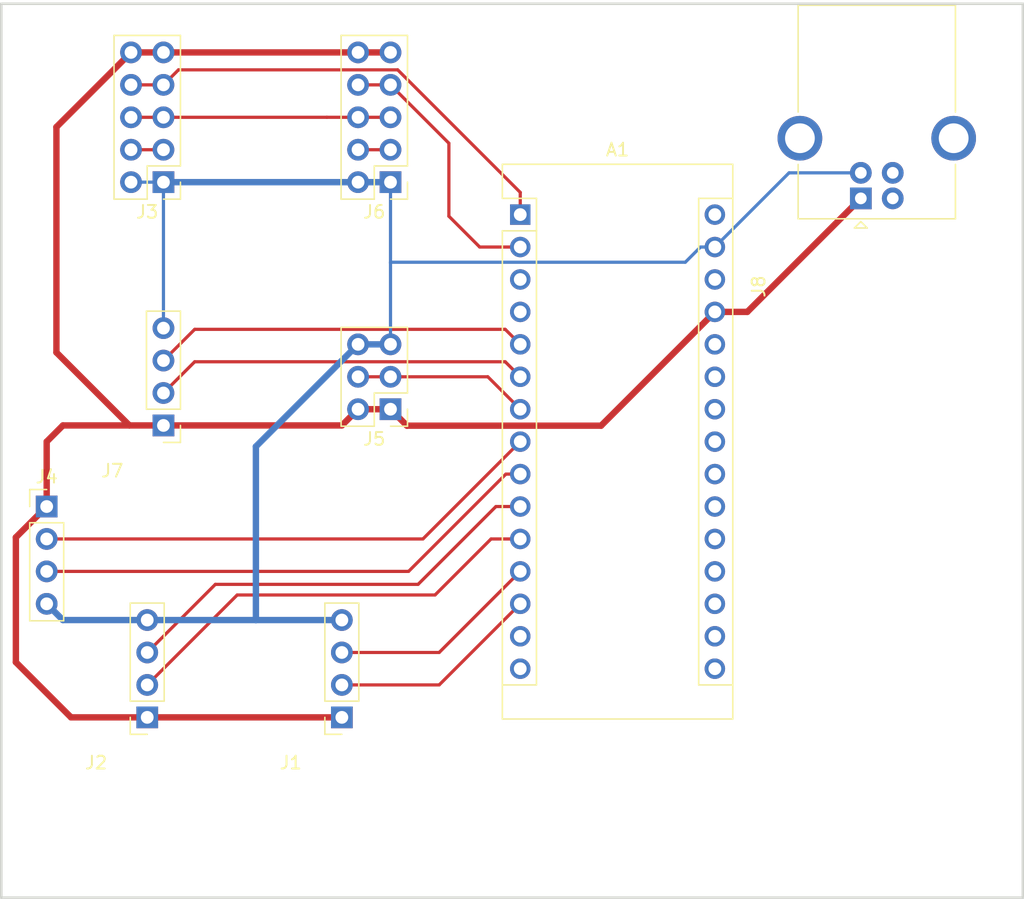
<source format=kicad_pcb>
(kicad_pcb (version 20171130) (host pcbnew "(5.1.10)-1")

  (general
    (thickness 1.6)
    (drawings 4)
    (tracks 86)
    (zones 0)
    (modules 9)
    (nets 37)
  )

  (page A4)
  (layers
    (0 F.Cu signal)
    (31 B.Cu signal)
    (32 B.Adhes user hide)
    (33 F.Adhes user hide)
    (34 B.Paste user)
    (35 F.Paste user)
    (36 B.SilkS user)
    (37 F.SilkS user)
    (38 B.Mask user)
    (39 F.Mask user)
    (40 Dwgs.User user hide)
    (41 Cmts.User user hide)
    (42 Eco1.User user hide)
    (43 Eco2.User user hide)
    (44 Edge.Cuts user)
    (45 Margin user hide)
    (46 B.CrtYd user hide)
    (47 F.CrtYd user hide)
    (48 B.Fab user hide)
    (49 F.Fab user)
  )

  (setup
    (last_trace_width 0.25)
    (trace_clearance 0.2)
    (zone_clearance 0.508)
    (zone_45_only no)
    (trace_min 0.2)
    (via_size 0.8)
    (via_drill 0.4)
    (via_min_size 0.4)
    (via_min_drill 0.3)
    (uvia_size 0.3)
    (uvia_drill 0.1)
    (uvias_allowed no)
    (uvia_min_size 0.2)
    (uvia_min_drill 0.1)
    (edge_width 0.05)
    (segment_width 0.2)
    (pcb_text_width 0.3)
    (pcb_text_size 1.5 1.5)
    (mod_edge_width 0.12)
    (mod_text_size 1 1)
    (mod_text_width 0.15)
    (pad_size 1.524 1.524)
    (pad_drill 0.762)
    (pad_to_mask_clearance 0)
    (solder_mask_min_width 0.25)
    (aux_axis_origin 0 0)
    (visible_elements 7FFFFFFF)
    (pcbplotparams
      (layerselection 0x210fc_ffffffff)
      (usegerberextensions false)
      (usegerberattributes true)
      (usegerberadvancedattributes true)
      (creategerberjobfile true)
      (excludeedgelayer true)
      (linewidth 0.100000)
      (plotframeref false)
      (viasonmask false)
      (mode 1)
      (useauxorigin false)
      (hpglpennumber 1)
      (hpglpenspeed 20)
      (hpglpendiameter 15.000000)
      (psnegative false)
      (psa4output false)
      (plotreference true)
      (plotvalue true)
      (plotinvisibletext false)
      (padsonsilk false)
      (subtractmaskfromsilk false)
      (outputformat 1)
      (mirror false)
      (drillshape 0)
      (scaleselection 1)
      (outputdirectory "Gerber/"))
  )

  (net 0 "")
  (net 1 "Net-(A1-Pad16)")
  (net 2 "Net-(A1-Pad15)")
  (net 3 "Net-(A1-Pad30)")
  (net 4 "Net-(A1-Pad14)")
  (net 5 GND)
  (net 6 "Net-(A1-Pad13)")
  (net 7 "Net-(A1-Pad28)")
  (net 8 "Net-(A1-Pad12)")
  (net 9 VCC)
  (net 10 "Net-(A1-Pad11)")
  (net 11 "Net-(A1-Pad26)")
  (net 12 "Net-(A1-Pad10)")
  (net 13 "Net-(A1-Pad25)")
  (net 14 "Net-(A1-Pad9)")
  (net 15 "Net-(A1-Pad24)")
  (net 16 "Net-(A1-Pad8)")
  (net 17 "Net-(A1-Pad23)")
  (net 18 "Net-(A1-Pad7)")
  (net 19 "Net-(A1-Pad22)")
  (net 20 "Net-(A1-Pad6)")
  (net 21 "Net-(A1-Pad21)")
  (net 22 "Net-(A1-Pad5)")
  (net 23 "Net-(A1-Pad20)")
  (net 24 "Net-(A1-Pad4)")
  (net 25 "Net-(A1-Pad19)")
  (net 26 "Net-(A1-Pad3)")
  (net 27 "Net-(A1-Pad18)")
  (net 28 "Net-(A1-Pad2)")
  (net 29 "Net-(A1-Pad17)")
  (net 30 "Net-(A1-Pad1)")
  (net 31 "Net-(J3-Pad5)")
  (net 32 "Net-(J3-Pad3)")
  (net 33 "Net-(J6-Pad3)")
  (net 34 "Net-(J8-Pad5)")
  (net 35 "Net-(J8-Pad3)")
  (net 36 "Net-(J8-Pad2)")

  (net_class Default "This is the default net class."
    (clearance 0.2)
    (trace_width 0.25)
    (via_dia 0.8)
    (via_drill 0.4)
    (uvia_dia 0.3)
    (uvia_drill 0.1)
    (add_net "Net-(A1-Pad1)")
    (add_net "Net-(A1-Pad10)")
    (add_net "Net-(A1-Pad11)")
    (add_net "Net-(A1-Pad12)")
    (add_net "Net-(A1-Pad13)")
    (add_net "Net-(A1-Pad14)")
    (add_net "Net-(A1-Pad15)")
    (add_net "Net-(A1-Pad16)")
    (add_net "Net-(A1-Pad17)")
    (add_net "Net-(A1-Pad18)")
    (add_net "Net-(A1-Pad19)")
    (add_net "Net-(A1-Pad2)")
    (add_net "Net-(A1-Pad20)")
    (add_net "Net-(A1-Pad21)")
    (add_net "Net-(A1-Pad22)")
    (add_net "Net-(A1-Pad23)")
    (add_net "Net-(A1-Pad24)")
    (add_net "Net-(A1-Pad25)")
    (add_net "Net-(A1-Pad26)")
    (add_net "Net-(A1-Pad28)")
    (add_net "Net-(A1-Pad3)")
    (add_net "Net-(A1-Pad30)")
    (add_net "Net-(A1-Pad4)")
    (add_net "Net-(A1-Pad5)")
    (add_net "Net-(A1-Pad6)")
    (add_net "Net-(A1-Pad7)")
    (add_net "Net-(A1-Pad8)")
    (add_net "Net-(A1-Pad9)")
    (add_net "Net-(J3-Pad3)")
    (add_net "Net-(J3-Pad5)")
    (add_net "Net-(J6-Pad3)")
    (add_net "Net-(J8-Pad2)")
    (add_net "Net-(J8-Pad3)")
    (add_net "Net-(J8-Pad5)")
  )

  (net_class VccNet ""
    (clearance 0.2)
    (trace_width 0.5)
    (via_dia 0.8)
    (via_drill 0.4)
    (uvia_dia 0.3)
    (uvia_drill 0.1)
    (add_net GND)
    (add_net VCC)
  )

  (module Connector_PinHeader_2.54mm:PinHeader_2x05_P2.54mm_Vertical (layer F.Cu) (tedit 59FED5CC) (tstamp 5FC17FE8)
    (at 153.67 102.87 180)
    (descr "Through hole straight pin header, 2x05, 2.54mm pitch, double rows")
    (tags "Through hole pin header THT 2x05 2.54mm double row")
    (path /5F89B987)
    (fp_text reference J6 (at 1.27 -2.33) (layer F.SilkS)
      (effects (font (size 1 1) (thickness 0.15)))
    )
    (fp_text value Conn_02x05_Odd_Even (at 1.27 12.49) (layer F.Fab)
      (effects (font (size 1 1) (thickness 0.15)))
    )
    (fp_line (start 4.35 -1.8) (end -1.8 -1.8) (layer F.CrtYd) (width 0.05))
    (fp_line (start 4.35 11.95) (end 4.35 -1.8) (layer F.CrtYd) (width 0.05))
    (fp_line (start -1.8 11.95) (end 4.35 11.95) (layer F.CrtYd) (width 0.05))
    (fp_line (start -1.8 -1.8) (end -1.8 11.95) (layer F.CrtYd) (width 0.05))
    (fp_line (start -1.33 -1.33) (end 0 -1.33) (layer F.SilkS) (width 0.12))
    (fp_line (start -1.33 0) (end -1.33 -1.33) (layer F.SilkS) (width 0.12))
    (fp_line (start 1.27 -1.33) (end 3.87 -1.33) (layer F.SilkS) (width 0.12))
    (fp_line (start 1.27 1.27) (end 1.27 -1.33) (layer F.SilkS) (width 0.12))
    (fp_line (start -1.33 1.27) (end 1.27 1.27) (layer F.SilkS) (width 0.12))
    (fp_line (start 3.87 -1.33) (end 3.87 11.49) (layer F.SilkS) (width 0.12))
    (fp_line (start -1.33 1.27) (end -1.33 11.49) (layer F.SilkS) (width 0.12))
    (fp_line (start -1.33 11.49) (end 3.87 11.49) (layer F.SilkS) (width 0.12))
    (fp_line (start -1.27 0) (end 0 -1.27) (layer F.Fab) (width 0.1))
    (fp_line (start -1.27 11.43) (end -1.27 0) (layer F.Fab) (width 0.1))
    (fp_line (start 3.81 11.43) (end -1.27 11.43) (layer F.Fab) (width 0.1))
    (fp_line (start 3.81 -1.27) (end 3.81 11.43) (layer F.Fab) (width 0.1))
    (fp_line (start 0 -1.27) (end 3.81 -1.27) (layer F.Fab) (width 0.1))
    (fp_text user %R (at 1.27 5.08 90) (layer F.Fab)
      (effects (font (size 1 1) (thickness 0.15)))
    )
    (pad 10 thru_hole oval (at 2.54 10.16 180) (size 1.7 1.7) (drill 1) (layers *.Cu *.Mask)
      (net 9 VCC))
    (pad 9 thru_hole oval (at 0 10.16 180) (size 1.7 1.7) (drill 1) (layers *.Cu *.Mask)
      (net 9 VCC))
    (pad 8 thru_hole oval (at 2.54 7.62 180) (size 1.7 1.7) (drill 1) (layers *.Cu *.Mask)
      (net 28 "Net-(A1-Pad2)"))
    (pad 7 thru_hole oval (at 0 7.62 180) (size 1.7 1.7) (drill 1) (layers *.Cu *.Mask)
      (net 28 "Net-(A1-Pad2)"))
    (pad 6 thru_hole oval (at 2.54 5.08 180) (size 1.7 1.7) (drill 1) (layers *.Cu *.Mask)
      (net 31 "Net-(J3-Pad5)"))
    (pad 5 thru_hole oval (at 0 5.08 180) (size 1.7 1.7) (drill 1) (layers *.Cu *.Mask)
      (net 31 "Net-(J3-Pad5)"))
    (pad 4 thru_hole oval (at 2.54 2.54 180) (size 1.7 1.7) (drill 1) (layers *.Cu *.Mask)
      (net 33 "Net-(J6-Pad3)"))
    (pad 3 thru_hole oval (at 0 2.54 180) (size 1.7 1.7) (drill 1) (layers *.Cu *.Mask)
      (net 33 "Net-(J6-Pad3)"))
    (pad 2 thru_hole oval (at 2.54 0 180) (size 1.7 1.7) (drill 1) (layers *.Cu *.Mask)
      (net 5 GND))
    (pad 1 thru_hole rect (at 0 0 180) (size 1.7 1.7) (drill 1) (layers *.Cu *.Mask)
      (net 5 GND))
    (model ${KISYS3DMOD}/Connector_PinHeader_2.54mm.3dshapes/PinHeader_2x05_P2.54mm_Vertical.wrl
      (at (xyz 0 0 0))
      (scale (xyz 1 1 1))
      (rotate (xyz 0 0 0))
    )
  )

  (module Connector_USB:USB_B_OST_USB-B1HSxx_Horizontal (layer F.Cu) (tedit 5AFE01FF) (tstamp 5FC1803B)
    (at 190.5 104.14 90)
    (descr "USB B receptacle, Horizontal, through-hole, http://www.on-shore.com/wp-content/uploads/2015/09/usb-b1hsxx.pdf")
    (tags "USB-B receptacle horizontal through-hole")
    (path /5F89D42E)
    (fp_text reference J8 (at -6.9 -8 90) (layer F.SilkS)
      (effects (font (size 1 1) (thickness 0.15)))
    )
    (fp_text value USB_B (at 0 8 270) (layer F.Fab)
      (effects (font (size 1 1) (thickness 0.15)))
    )
    (fp_line (start 15.51 -7.02) (end -1.99 -7.02) (layer F.CrtYd) (width 0.05))
    (fp_line (start 15.51 9.52) (end 15.51 -7.02) (layer F.CrtYd) (width 0.05))
    (fp_line (start -1.99 9.52) (end 15.51 9.52) (layer F.CrtYd) (width 0.05))
    (fp_line (start -1.99 -7.02) (end -1.99 9.52) (layer F.CrtYd) (width 0.05))
    (fp_line (start -2.32 0.5) (end -1.82 0) (layer F.SilkS) (width 0.12))
    (fp_line (start -2.32 -0.5) (end -2.32 0.5) (layer F.SilkS) (width 0.12))
    (fp_line (start -1.82 0) (end -2.32 -0.5) (layer F.SilkS) (width 0.12))
    (fp_line (start 15.12 7.41) (end 6.76 7.41) (layer F.SilkS) (width 0.12))
    (fp_line (start 15.12 -4.91) (end 15.12 7.41) (layer F.SilkS) (width 0.12))
    (fp_line (start 6.76 -4.91) (end 15.12 -4.91) (layer F.SilkS) (width 0.12))
    (fp_line (start -1.6 7.41) (end 2.66 7.41) (layer F.SilkS) (width 0.12))
    (fp_line (start -1.6 -4.91) (end -1.6 7.41) (layer F.SilkS) (width 0.12))
    (fp_line (start 2.66 -4.91) (end -1.6 -4.91) (layer F.SilkS) (width 0.12))
    (fp_line (start -1.49 -3.8) (end -0.49 -4.8) (layer F.Fab) (width 0.1))
    (fp_line (start -1.49 7.3) (end -1.49 -3.8) (layer F.Fab) (width 0.1))
    (fp_line (start 15.01 7.3) (end -1.49 7.3) (layer F.Fab) (width 0.1))
    (fp_line (start 15.01 -4.8) (end 15.01 7.3) (layer F.Fab) (width 0.1))
    (fp_line (start -0.49 -4.8) (end 15.01 -4.8) (layer F.Fab) (width 0.1))
    (fp_text user "PCB Edge" (at -4.55 -0.05) (layer Dwgs.User)
      (effects (font (size 0.6 0.6) (thickness 0.09)))
    )
    (fp_text user %R (at -6 0) (layer F.Fab)
      (effects (font (size 1 1) (thickness 0.15)))
    )
    (pad 5 thru_hole circle (at 4.71 7.27 90) (size 3.5 3.5) (drill 2.33) (layers *.Cu *.Mask)
      (net 34 "Net-(J8-Pad5)"))
    (pad 5 thru_hole circle (at 4.71 -4.77 90) (size 3.5 3.5) (drill 2.33) (layers *.Cu *.Mask)
      (net 34 "Net-(J8-Pad5)"))
    (pad 4 thru_hole circle (at 2 0 90) (size 1.7 1.7) (drill 0.92) (layers *.Cu *.Mask)
      (net 5 GND))
    (pad 3 thru_hole circle (at 2 2.5 90) (size 1.7 1.7) (drill 0.92) (layers *.Cu *.Mask)
      (net 35 "Net-(J8-Pad3)"))
    (pad 2 thru_hole circle (at 0 2.5 90) (size 1.7 1.7) (drill 0.92) (layers *.Cu *.Mask)
      (net 36 "Net-(J8-Pad2)"))
    (pad 1 thru_hole rect (at 0 0 90) (size 1.7 1.7) (drill 0.92) (layers *.Cu *.Mask)
      (net 9 VCC))
    (model ${KISYS3DMOD}/Connector_USB.3dshapes/USB_B_OST_USB-B1HSxx_Horizontal.wrl
      (at (xyz 0 0 0))
      (scale (xyz 1 1 1))
      (rotate (xyz 0 0 0))
    )
  )

  (module Connector_PinSocket_2.54mm:PinSocket_1x04_P2.54mm_Vertical (layer F.Cu) (tedit 5A19A429) (tstamp 5FC17F55)
    (at 149.86 144.78 180)
    (descr "Through hole straight socket strip, 1x04, 2.54mm pitch, single row (from Kicad 4.0.7), script generated")
    (tags "Through hole socket strip THT 1x04 2.54mm single row")
    (path /5F8A64B7)
    (fp_text reference J1 (at 4 -3.55) (layer F.SilkS)
      (effects (font (size 1 1) (thickness 0.15)))
    )
    (fp_text value U4 (at 4.05 4.35) (layer F.Fab)
      (effects (font (size 1 1) (thickness 0.15)))
    )
    (fp_line (start -1.8 9.4) (end -1.8 -1.8) (layer F.CrtYd) (width 0.05))
    (fp_line (start 1.75 9.4) (end -1.8 9.4) (layer F.CrtYd) (width 0.05))
    (fp_line (start 1.75 -1.8) (end 1.75 9.4) (layer F.CrtYd) (width 0.05))
    (fp_line (start -1.8 -1.8) (end 1.75 -1.8) (layer F.CrtYd) (width 0.05))
    (fp_line (start 0 -1.33) (end 1.33 -1.33) (layer F.SilkS) (width 0.12))
    (fp_line (start 1.33 -1.33) (end 1.33 0) (layer F.SilkS) (width 0.12))
    (fp_line (start 1.33 1.27) (end 1.33 8.95) (layer F.SilkS) (width 0.12))
    (fp_line (start -1.33 8.95) (end 1.33 8.95) (layer F.SilkS) (width 0.12))
    (fp_line (start -1.33 1.27) (end -1.33 8.95) (layer F.SilkS) (width 0.12))
    (fp_line (start -1.33 1.27) (end 1.33 1.27) (layer F.SilkS) (width 0.12))
    (fp_line (start -1.27 8.89) (end -1.27 -1.27) (layer F.Fab) (width 0.1))
    (fp_line (start 1.27 8.89) (end -1.27 8.89) (layer F.Fab) (width 0.1))
    (fp_line (start 1.27 -0.635) (end 1.27 8.89) (layer F.Fab) (width 0.1))
    (fp_line (start 0.635 -1.27) (end 1.27 -0.635) (layer F.Fab) (width 0.1))
    (fp_line (start -1.27 -1.27) (end 0.635 -1.27) (layer F.Fab) (width 0.1))
    (fp_text user %R (at 1.85 -1.75) (layer F.Fab)
      (effects (font (size 1 1) (thickness 0.15)))
    )
    (pad 4 thru_hole oval (at 0 7.62 180) (size 1.7 1.7) (drill 1) (layers *.Cu *.Mask)
      (net 5 GND))
    (pad 3 thru_hole oval (at 0 5.08 180) (size 1.7 1.7) (drill 1) (layers *.Cu *.Mask)
      (net 8 "Net-(A1-Pad12)"))
    (pad 2 thru_hole oval (at 0 2.54 180) (size 1.7 1.7) (drill 1) (layers *.Cu *.Mask)
      (net 6 "Net-(A1-Pad13)"))
    (pad 1 thru_hole rect (at 0 0 180) (size 1.7 1.7) (drill 1) (layers *.Cu *.Mask)
      (net 9 VCC))
    (model ${KISYS3DMOD}/Connector_PinSocket_2.54mm.3dshapes/PinSocket_1x04_P2.54mm_Vertical.wrl
      (at (xyz 0 0 0))
      (scale (xyz 1 1 1))
      (rotate (xyz 0 0 0))
    )
  )

  (module Connector_PinSocket_2.54mm:PinSocket_1x04_P2.54mm_Vertical (layer F.Cu) (tedit 5A19A429) (tstamp 5FC17F74)
    (at 134.62 144.78 180)
    (descr "Through hole straight socket strip, 1x04, 2.54mm pitch, single row (from Kicad 4.0.7), script generated")
    (tags "Through hole socket strip THT 1x04 2.54mm single row")
    (path /5F8A5C9D)
    (fp_text reference J2 (at 4 -3.55) (layer F.SilkS)
      (effects (font (size 1 1) (thickness 0.15)))
    )
    (fp_text value U3 (at 4.05 4.35) (layer F.Fab)
      (effects (font (size 1 1) (thickness 0.15)))
    )
    (fp_line (start -1.8 9.4) (end -1.8 -1.8) (layer F.CrtYd) (width 0.05))
    (fp_line (start 1.75 9.4) (end -1.8 9.4) (layer F.CrtYd) (width 0.05))
    (fp_line (start 1.75 -1.8) (end 1.75 9.4) (layer F.CrtYd) (width 0.05))
    (fp_line (start -1.8 -1.8) (end 1.75 -1.8) (layer F.CrtYd) (width 0.05))
    (fp_line (start 0 -1.33) (end 1.33 -1.33) (layer F.SilkS) (width 0.12))
    (fp_line (start 1.33 -1.33) (end 1.33 0) (layer F.SilkS) (width 0.12))
    (fp_line (start 1.33 1.27) (end 1.33 8.95) (layer F.SilkS) (width 0.12))
    (fp_line (start -1.33 8.95) (end 1.33 8.95) (layer F.SilkS) (width 0.12))
    (fp_line (start -1.33 1.27) (end -1.33 8.95) (layer F.SilkS) (width 0.12))
    (fp_line (start -1.33 1.27) (end 1.33 1.27) (layer F.SilkS) (width 0.12))
    (fp_line (start -1.27 8.89) (end -1.27 -1.27) (layer F.Fab) (width 0.1))
    (fp_line (start 1.27 8.89) (end -1.27 8.89) (layer F.Fab) (width 0.1))
    (fp_line (start 1.27 -0.635) (end 1.27 8.89) (layer F.Fab) (width 0.1))
    (fp_line (start 0.635 -1.27) (end 1.27 -0.635) (layer F.Fab) (width 0.1))
    (fp_line (start -1.27 -1.27) (end 0.635 -1.27) (layer F.Fab) (width 0.1))
    (fp_text user %R (at 1.85 -1.75) (layer F.Fab)
      (effects (font (size 1 1) (thickness 0.15)))
    )
    (pad 4 thru_hole oval (at 0 7.62 180) (size 1.7 1.7) (drill 1) (layers *.Cu *.Mask)
      (net 5 GND))
    (pad 3 thru_hole oval (at 0 5.08 180) (size 1.7 1.7) (drill 1) (layers *.Cu *.Mask)
      (net 12 "Net-(A1-Pad10)"))
    (pad 2 thru_hole oval (at 0 2.54 180) (size 1.7 1.7) (drill 1) (layers *.Cu *.Mask)
      (net 10 "Net-(A1-Pad11)"))
    (pad 1 thru_hole rect (at 0 0 180) (size 1.7 1.7) (drill 1) (layers *.Cu *.Mask)
      (net 9 VCC))
    (model ${KISYS3DMOD}/Connector_PinSocket_2.54mm.3dshapes/PinSocket_1x04_P2.54mm_Vertical.wrl
      (at (xyz 0 0 0))
      (scale (xyz 1 1 1))
      (rotate (xyz 0 0 0))
    )
  )

  (module Connector_PinHeader_2.54mm:PinHeader_1x04_P2.54mm_Vertical (layer F.Cu) (tedit 59FED5CC) (tstamp 5FC18007)
    (at 135.89 121.92 180)
    (descr "Through hole straight pin header, 1x04, 2.54mm pitch, single row")
    (tags "Through hole pin header THT 1x04 2.54mm single row")
    (path /5F8A4E81)
    (fp_text reference J7 (at 4 -3.55) (layer F.SilkS)
      (effects (font (size 1 1) (thickness 0.15)))
    )
    (fp_text value U1 (at 4.05 4.35) (layer F.Fab)
      (effects (font (size 1 1) (thickness 0.15)))
    )
    (fp_line (start 1.8 -1.8) (end -1.8 -1.8) (layer F.CrtYd) (width 0.05))
    (fp_line (start 1.8 9.4) (end 1.8 -1.8) (layer F.CrtYd) (width 0.05))
    (fp_line (start -1.8 9.4) (end 1.8 9.4) (layer F.CrtYd) (width 0.05))
    (fp_line (start -1.8 -1.8) (end -1.8 9.4) (layer F.CrtYd) (width 0.05))
    (fp_line (start -1.33 -1.33) (end 0 -1.33) (layer F.SilkS) (width 0.12))
    (fp_line (start -1.33 0) (end -1.33 -1.33) (layer F.SilkS) (width 0.12))
    (fp_line (start -1.33 1.27) (end 1.33 1.27) (layer F.SilkS) (width 0.12))
    (fp_line (start 1.33 1.27) (end 1.33 8.95) (layer F.SilkS) (width 0.12))
    (fp_line (start -1.33 1.27) (end -1.33 8.95) (layer F.SilkS) (width 0.12))
    (fp_line (start -1.33 8.95) (end 1.33 8.95) (layer F.SilkS) (width 0.12))
    (fp_line (start -1.27 -0.635) (end -0.635 -1.27) (layer F.Fab) (width 0.1))
    (fp_line (start -1.27 8.89) (end -1.27 -0.635) (layer F.Fab) (width 0.1))
    (fp_line (start 1.27 8.89) (end -1.27 8.89) (layer F.Fab) (width 0.1))
    (fp_line (start 1.27 -1.27) (end 1.27 8.89) (layer F.Fab) (width 0.1))
    (fp_line (start -0.635 -1.27) (end 1.27 -1.27) (layer F.Fab) (width 0.1))
    (fp_text user %R (at 1.85 -1.75) (layer F.Fab)
      (effects (font (size 1 1) (thickness 0.15)))
    )
    (pad 4 thru_hole oval (at 0 7.62 180) (size 1.7 1.7) (drill 1) (layers *.Cu *.Mask)
      (net 5 GND))
    (pad 3 thru_hole oval (at 0 5.08 180) (size 1.7 1.7) (drill 1) (layers *.Cu *.Mask)
      (net 22 "Net-(A1-Pad5)"))
    (pad 2 thru_hole oval (at 0 2.54 180) (size 1.7 1.7) (drill 1) (layers *.Cu *.Mask)
      (net 20 "Net-(A1-Pad6)"))
    (pad 1 thru_hole rect (at 0 0 180) (size 1.7 1.7) (drill 1) (layers *.Cu *.Mask)
      (net 9 VCC))
    (model ${KISYS3DMOD}/Connector_PinHeader_2.54mm.3dshapes/PinHeader_1x04_P2.54mm_Vertical.wrl
      (at (xyz 0 0 0))
      (scale (xyz 1 1 1))
      (rotate (xyz 0 0 0))
    )
  )

  (module Connector_PinHeader_2.54mm:PinHeader_2x03_P2.54mm_Vertical (layer F.Cu) (tedit 59FED5CC) (tstamp 5FC17FC8)
    (at 153.67 120.65 180)
    (descr "Through hole straight pin header, 2x03, 2.54mm pitch, double rows")
    (tags "Through hole pin header THT 2x03 2.54mm double row")
    (path /5F8A6E1C)
    (fp_text reference J5 (at 1.27 -2.33) (layer F.SilkS)
      (effects (font (size 1 1) (thickness 0.15)))
    )
    (fp_text value Conn_02x03_Odd_Even (at 1.27 7.41) (layer F.Fab)
      (effects (font (size 1 1) (thickness 0.15)))
    )
    (fp_line (start 4.35 -1.8) (end -1.8 -1.8) (layer F.CrtYd) (width 0.05))
    (fp_line (start 4.35 6.85) (end 4.35 -1.8) (layer F.CrtYd) (width 0.05))
    (fp_line (start -1.8 6.85) (end 4.35 6.85) (layer F.CrtYd) (width 0.05))
    (fp_line (start -1.8 -1.8) (end -1.8 6.85) (layer F.CrtYd) (width 0.05))
    (fp_line (start -1.33 -1.33) (end 0 -1.33) (layer F.SilkS) (width 0.12))
    (fp_line (start -1.33 0) (end -1.33 -1.33) (layer F.SilkS) (width 0.12))
    (fp_line (start 1.27 -1.33) (end 3.87 -1.33) (layer F.SilkS) (width 0.12))
    (fp_line (start 1.27 1.27) (end 1.27 -1.33) (layer F.SilkS) (width 0.12))
    (fp_line (start -1.33 1.27) (end 1.27 1.27) (layer F.SilkS) (width 0.12))
    (fp_line (start 3.87 -1.33) (end 3.87 6.41) (layer F.SilkS) (width 0.12))
    (fp_line (start -1.33 1.27) (end -1.33 6.41) (layer F.SilkS) (width 0.12))
    (fp_line (start -1.33 6.41) (end 3.87 6.41) (layer F.SilkS) (width 0.12))
    (fp_line (start -1.27 0) (end 0 -1.27) (layer F.Fab) (width 0.1))
    (fp_line (start -1.27 6.35) (end -1.27 0) (layer F.Fab) (width 0.1))
    (fp_line (start 3.81 6.35) (end -1.27 6.35) (layer F.Fab) (width 0.1))
    (fp_line (start 3.81 -1.27) (end 3.81 6.35) (layer F.Fab) (width 0.1))
    (fp_line (start 0 -1.27) (end 3.81 -1.27) (layer F.Fab) (width 0.1))
    (fp_text user %R (at 1.27 2.54 90) (layer F.Fab)
      (effects (font (size 1 1) (thickness 0.15)))
    )
    (pad 6 thru_hole oval (at 2.54 5.08 180) (size 1.7 1.7) (drill 1) (layers *.Cu *.Mask)
      (net 5 GND))
    (pad 5 thru_hole oval (at 0 5.08 180) (size 1.7 1.7) (drill 1) (layers *.Cu *.Mask)
      (net 5 GND))
    (pad 4 thru_hole oval (at 2.54 2.54 180) (size 1.7 1.7) (drill 1) (layers *.Cu *.Mask)
      (net 18 "Net-(A1-Pad7)"))
    (pad 3 thru_hole oval (at 0 2.54 180) (size 1.7 1.7) (drill 1) (layers *.Cu *.Mask)
      (net 18 "Net-(A1-Pad7)"))
    (pad 2 thru_hole oval (at 2.54 0 180) (size 1.7 1.7) (drill 1) (layers *.Cu *.Mask)
      (net 9 VCC))
    (pad 1 thru_hole rect (at 0 0 180) (size 1.7 1.7) (drill 1) (layers *.Cu *.Mask)
      (net 9 VCC))
    (model ${KISYS3DMOD}/Connector_PinHeader_2.54mm.3dshapes/PinHeader_2x03_P2.54mm_Vertical.wrl
      (at (xyz 0 0 0))
      (scale (xyz 1 1 1))
      (rotate (xyz 0 0 0))
    )
  )

  (module Connector_PinHeader_2.54mm:PinHeader_1x04_P2.54mm_Vertical (layer F.Cu) (tedit 59FED5CC) (tstamp 5FC17FAC)
    (at 126.746 128.27)
    (descr "Through hole straight pin header, 1x04, 2.54mm pitch, single row")
    (tags "Through hole pin header THT 1x04 2.54mm single row")
    (path /5F8A5392)
    (fp_text reference J4 (at 0 -2.33) (layer F.SilkS)
      (effects (font (size 1 1) (thickness 0.15)))
    )
    (fp_text value U2 (at 0 9.95) (layer F.Fab)
      (effects (font (size 1 1) (thickness 0.15)))
    )
    (fp_line (start 1.8 -1.8) (end -1.8 -1.8) (layer F.CrtYd) (width 0.05))
    (fp_line (start 1.8 9.4) (end 1.8 -1.8) (layer F.CrtYd) (width 0.05))
    (fp_line (start -1.8 9.4) (end 1.8 9.4) (layer F.CrtYd) (width 0.05))
    (fp_line (start -1.8 -1.8) (end -1.8 9.4) (layer F.CrtYd) (width 0.05))
    (fp_line (start -1.33 -1.33) (end 0 -1.33) (layer F.SilkS) (width 0.12))
    (fp_line (start -1.33 0) (end -1.33 -1.33) (layer F.SilkS) (width 0.12))
    (fp_line (start -1.33 1.27) (end 1.33 1.27) (layer F.SilkS) (width 0.12))
    (fp_line (start 1.33 1.27) (end 1.33 8.95) (layer F.SilkS) (width 0.12))
    (fp_line (start -1.33 1.27) (end -1.33 8.95) (layer F.SilkS) (width 0.12))
    (fp_line (start -1.33 8.95) (end 1.33 8.95) (layer F.SilkS) (width 0.12))
    (fp_line (start -1.27 -0.635) (end -0.635 -1.27) (layer F.Fab) (width 0.1))
    (fp_line (start -1.27 8.89) (end -1.27 -0.635) (layer F.Fab) (width 0.1))
    (fp_line (start 1.27 8.89) (end -1.27 8.89) (layer F.Fab) (width 0.1))
    (fp_line (start 1.27 -1.27) (end 1.27 8.89) (layer F.Fab) (width 0.1))
    (fp_line (start -0.635 -1.27) (end 1.27 -1.27) (layer F.Fab) (width 0.1))
    (fp_text user %R (at 0 3.81 90) (layer F.Fab)
      (effects (font (size 1 1) (thickness 0.15)))
    )
    (pad 4 thru_hole oval (at 0 7.62) (size 1.7 1.7) (drill 1) (layers *.Cu *.Mask)
      (net 5 GND))
    (pad 3 thru_hole oval (at 0 5.08) (size 1.7 1.7) (drill 1) (layers *.Cu *.Mask)
      (net 14 "Net-(A1-Pad9)"))
    (pad 2 thru_hole oval (at 0 2.54) (size 1.7 1.7) (drill 1) (layers *.Cu *.Mask)
      (net 16 "Net-(A1-Pad8)"))
    (pad 1 thru_hole rect (at 0 0) (size 1.7 1.7) (drill 1) (layers *.Cu *.Mask)
      (net 9 VCC))
    (model ${KISYS3DMOD}/Connector_PinHeader_2.54mm.3dshapes/PinHeader_1x04_P2.54mm_Vertical.wrl
      (at (xyz 0 0 0))
      (scale (xyz 1 1 1))
      (rotate (xyz 0 0 0))
    )
  )

  (module Connector_PinHeader_2.54mm:PinHeader_2x05_P2.54mm_Vertical (layer F.Cu) (tedit 59FED5CC) (tstamp 5FC17F94)
    (at 135.89 102.87 180)
    (descr "Through hole straight pin header, 2x05, 2.54mm pitch, double rows")
    (tags "Through hole pin header THT 2x05 2.54mm double row")
    (path /5F89ABE1)
    (fp_text reference J3 (at 1.27 -2.33) (layer F.SilkS)
      (effects (font (size 1 1) (thickness 0.15)))
    )
    (fp_text value Conn_02x05_Odd_Even (at 1.27 12.49) (layer F.Fab)
      (effects (font (size 1 1) (thickness 0.15)))
    )
    (fp_line (start 4.35 -1.8) (end -1.8 -1.8) (layer F.CrtYd) (width 0.05))
    (fp_line (start 4.35 11.95) (end 4.35 -1.8) (layer F.CrtYd) (width 0.05))
    (fp_line (start -1.8 11.95) (end 4.35 11.95) (layer F.CrtYd) (width 0.05))
    (fp_line (start -1.8 -1.8) (end -1.8 11.95) (layer F.CrtYd) (width 0.05))
    (fp_line (start -1.33 -1.33) (end 0 -1.33) (layer F.SilkS) (width 0.12))
    (fp_line (start -1.33 0) (end -1.33 -1.33) (layer F.SilkS) (width 0.12))
    (fp_line (start 1.27 -1.33) (end 3.87 -1.33) (layer F.SilkS) (width 0.12))
    (fp_line (start 1.27 1.27) (end 1.27 -1.33) (layer F.SilkS) (width 0.12))
    (fp_line (start -1.33 1.27) (end 1.27 1.27) (layer F.SilkS) (width 0.12))
    (fp_line (start 3.87 -1.33) (end 3.87 11.49) (layer F.SilkS) (width 0.12))
    (fp_line (start -1.33 1.27) (end -1.33 11.49) (layer F.SilkS) (width 0.12))
    (fp_line (start -1.33 11.49) (end 3.87 11.49) (layer F.SilkS) (width 0.12))
    (fp_line (start -1.27 0) (end 0 -1.27) (layer F.Fab) (width 0.1))
    (fp_line (start -1.27 11.43) (end -1.27 0) (layer F.Fab) (width 0.1))
    (fp_line (start 3.81 11.43) (end -1.27 11.43) (layer F.Fab) (width 0.1))
    (fp_line (start 3.81 -1.27) (end 3.81 11.43) (layer F.Fab) (width 0.1))
    (fp_line (start 0 -1.27) (end 3.81 -1.27) (layer F.Fab) (width 0.1))
    (fp_text user %R (at 1.27 5.08 90) (layer F.Fab)
      (effects (font (size 1 1) (thickness 0.15)))
    )
    (pad 10 thru_hole oval (at 2.54 10.16 180) (size 1.7 1.7) (drill 1) (layers *.Cu *.Mask)
      (net 9 VCC))
    (pad 9 thru_hole oval (at 0 10.16 180) (size 1.7 1.7) (drill 1) (layers *.Cu *.Mask)
      (net 9 VCC))
    (pad 8 thru_hole oval (at 2.54 7.62 180) (size 1.7 1.7) (drill 1) (layers *.Cu *.Mask)
      (net 30 "Net-(A1-Pad1)"))
    (pad 7 thru_hole oval (at 0 7.62 180) (size 1.7 1.7) (drill 1) (layers *.Cu *.Mask)
      (net 30 "Net-(A1-Pad1)"))
    (pad 6 thru_hole oval (at 2.54 5.08 180) (size 1.7 1.7) (drill 1) (layers *.Cu *.Mask)
      (net 31 "Net-(J3-Pad5)"))
    (pad 5 thru_hole oval (at 0 5.08 180) (size 1.7 1.7) (drill 1) (layers *.Cu *.Mask)
      (net 31 "Net-(J3-Pad5)"))
    (pad 4 thru_hole oval (at 2.54 2.54 180) (size 1.7 1.7) (drill 1) (layers *.Cu *.Mask)
      (net 32 "Net-(J3-Pad3)"))
    (pad 3 thru_hole oval (at 0 2.54 180) (size 1.7 1.7) (drill 1) (layers *.Cu *.Mask)
      (net 32 "Net-(J3-Pad3)"))
    (pad 2 thru_hole oval (at 2.54 0 180) (size 1.7 1.7) (drill 1) (layers *.Cu *.Mask)
      (net 5 GND))
    (pad 1 thru_hole rect (at 0 0 180) (size 1.7 1.7) (drill 1) (layers *.Cu *.Mask)
      (net 5 GND))
    (model ${KISYS3DMOD}/Connector_PinHeader_2.54mm.3dshapes/PinHeader_2x05_P2.54mm_Vertical.wrl
      (at (xyz 0 0 0))
      (scale (xyz 1 1 1))
      (rotate (xyz 0 0 0))
    )
  )

  (module Module:Arduino_Nano (layer F.Cu) (tedit 58ACAF70) (tstamp 5FC17F36)
    (at 163.83 105.41)
    (descr "Arduino Nano, http://www.mouser.com/pdfdocs/Gravitech_Arduino_Nano3_0.pdf")
    (tags "Arduino Nano")
    (path /5F89FA0E)
    (fp_text reference A1 (at 7.62 -5.08) (layer F.SilkS)
      (effects (font (size 1 1) (thickness 0.15)))
    )
    (fp_text value Arduino_Nano_v3.x (at 8.89 19.05 90) (layer F.Fab)
      (effects (font (size 1 1) (thickness 0.15)))
    )
    (fp_line (start 16.75 42.16) (end -1.53 42.16) (layer F.CrtYd) (width 0.05))
    (fp_line (start 16.75 42.16) (end 16.75 -4.06) (layer F.CrtYd) (width 0.05))
    (fp_line (start -1.53 -4.06) (end -1.53 42.16) (layer F.CrtYd) (width 0.05))
    (fp_line (start -1.53 -4.06) (end 16.75 -4.06) (layer F.CrtYd) (width 0.05))
    (fp_line (start 16.51 -3.81) (end 16.51 39.37) (layer F.Fab) (width 0.1))
    (fp_line (start 0 -3.81) (end 16.51 -3.81) (layer F.Fab) (width 0.1))
    (fp_line (start -1.27 -2.54) (end 0 -3.81) (layer F.Fab) (width 0.1))
    (fp_line (start -1.27 39.37) (end -1.27 -2.54) (layer F.Fab) (width 0.1))
    (fp_line (start 16.51 39.37) (end -1.27 39.37) (layer F.Fab) (width 0.1))
    (fp_line (start 16.64 -3.94) (end -1.4 -3.94) (layer F.SilkS) (width 0.12))
    (fp_line (start 16.64 39.5) (end 16.64 -3.94) (layer F.SilkS) (width 0.12))
    (fp_line (start -1.4 39.5) (end 16.64 39.5) (layer F.SilkS) (width 0.12))
    (fp_line (start 3.81 41.91) (end 3.81 31.75) (layer F.Fab) (width 0.1))
    (fp_line (start 11.43 41.91) (end 3.81 41.91) (layer F.Fab) (width 0.1))
    (fp_line (start 11.43 31.75) (end 11.43 41.91) (layer F.Fab) (width 0.1))
    (fp_line (start 3.81 31.75) (end 11.43 31.75) (layer F.Fab) (width 0.1))
    (fp_line (start 1.27 36.83) (end -1.4 36.83) (layer F.SilkS) (width 0.12))
    (fp_line (start 1.27 1.27) (end 1.27 36.83) (layer F.SilkS) (width 0.12))
    (fp_line (start 1.27 1.27) (end -1.4 1.27) (layer F.SilkS) (width 0.12))
    (fp_line (start 13.97 36.83) (end 16.64 36.83) (layer F.SilkS) (width 0.12))
    (fp_line (start 13.97 -1.27) (end 13.97 36.83) (layer F.SilkS) (width 0.12))
    (fp_line (start 13.97 -1.27) (end 16.64 -1.27) (layer F.SilkS) (width 0.12))
    (fp_line (start -1.4 -3.94) (end -1.4 -1.27) (layer F.SilkS) (width 0.12))
    (fp_line (start -1.4 1.27) (end -1.4 39.5) (layer F.SilkS) (width 0.12))
    (fp_line (start 1.27 -1.27) (end -1.4 -1.27) (layer F.SilkS) (width 0.12))
    (fp_line (start 1.27 1.27) (end 1.27 -1.27) (layer F.SilkS) (width 0.12))
    (fp_text user %R (at 6.35 19.05 90) (layer F.Fab)
      (effects (font (size 1 1) (thickness 0.15)))
    )
    (pad 16 thru_hole oval (at 15.24 35.56) (size 1.6 1.6) (drill 1) (layers *.Cu *.Mask)
      (net 1 "Net-(A1-Pad16)"))
    (pad 15 thru_hole oval (at 0 35.56) (size 1.6 1.6) (drill 1) (layers *.Cu *.Mask)
      (net 2 "Net-(A1-Pad15)"))
    (pad 30 thru_hole oval (at 15.24 0) (size 1.6 1.6) (drill 1) (layers *.Cu *.Mask)
      (net 3 "Net-(A1-Pad30)"))
    (pad 14 thru_hole oval (at 0 33.02) (size 1.6 1.6) (drill 1) (layers *.Cu *.Mask)
      (net 4 "Net-(A1-Pad14)"))
    (pad 29 thru_hole oval (at 15.24 2.54) (size 1.6 1.6) (drill 1) (layers *.Cu *.Mask)
      (net 5 GND))
    (pad 13 thru_hole oval (at 0 30.48) (size 1.6 1.6) (drill 1) (layers *.Cu *.Mask)
      (net 6 "Net-(A1-Pad13)"))
    (pad 28 thru_hole oval (at 15.24 5.08) (size 1.6 1.6) (drill 1) (layers *.Cu *.Mask)
      (net 7 "Net-(A1-Pad28)"))
    (pad 12 thru_hole oval (at 0 27.94) (size 1.6 1.6) (drill 1) (layers *.Cu *.Mask)
      (net 8 "Net-(A1-Pad12)"))
    (pad 27 thru_hole oval (at 15.24 7.62) (size 1.6 1.6) (drill 1) (layers *.Cu *.Mask)
      (net 9 VCC))
    (pad 11 thru_hole oval (at 0 25.4) (size 1.6 1.6) (drill 1) (layers *.Cu *.Mask)
      (net 10 "Net-(A1-Pad11)"))
    (pad 26 thru_hole oval (at 15.24 10.16) (size 1.6 1.6) (drill 1) (layers *.Cu *.Mask)
      (net 11 "Net-(A1-Pad26)"))
    (pad 10 thru_hole oval (at 0 22.86) (size 1.6 1.6) (drill 1) (layers *.Cu *.Mask)
      (net 12 "Net-(A1-Pad10)"))
    (pad 25 thru_hole oval (at 15.24 12.7) (size 1.6 1.6) (drill 1) (layers *.Cu *.Mask)
      (net 13 "Net-(A1-Pad25)"))
    (pad 9 thru_hole oval (at 0 20.32) (size 1.6 1.6) (drill 1) (layers *.Cu *.Mask)
      (net 14 "Net-(A1-Pad9)"))
    (pad 24 thru_hole oval (at 15.24 15.24) (size 1.6 1.6) (drill 1) (layers *.Cu *.Mask)
      (net 15 "Net-(A1-Pad24)"))
    (pad 8 thru_hole oval (at 0 17.78) (size 1.6 1.6) (drill 1) (layers *.Cu *.Mask)
      (net 16 "Net-(A1-Pad8)"))
    (pad 23 thru_hole oval (at 15.24 17.78) (size 1.6 1.6) (drill 1) (layers *.Cu *.Mask)
      (net 17 "Net-(A1-Pad23)"))
    (pad 7 thru_hole oval (at 0 15.24) (size 1.6 1.6) (drill 1) (layers *.Cu *.Mask)
      (net 18 "Net-(A1-Pad7)"))
    (pad 22 thru_hole oval (at 15.24 20.32) (size 1.6 1.6) (drill 1) (layers *.Cu *.Mask)
      (net 19 "Net-(A1-Pad22)"))
    (pad 6 thru_hole oval (at 0 12.7) (size 1.6 1.6) (drill 1) (layers *.Cu *.Mask)
      (net 20 "Net-(A1-Pad6)"))
    (pad 21 thru_hole oval (at 15.24 22.86) (size 1.6 1.6) (drill 1) (layers *.Cu *.Mask)
      (net 21 "Net-(A1-Pad21)"))
    (pad 5 thru_hole oval (at 0 10.16) (size 1.6 1.6) (drill 1) (layers *.Cu *.Mask)
      (net 22 "Net-(A1-Pad5)"))
    (pad 20 thru_hole oval (at 15.24 25.4) (size 1.6 1.6) (drill 1) (layers *.Cu *.Mask)
      (net 23 "Net-(A1-Pad20)"))
    (pad 4 thru_hole oval (at 0 7.62) (size 1.6 1.6) (drill 1) (layers *.Cu *.Mask)
      (net 24 "Net-(A1-Pad4)"))
    (pad 19 thru_hole oval (at 15.24 27.94) (size 1.6 1.6) (drill 1) (layers *.Cu *.Mask)
      (net 25 "Net-(A1-Pad19)"))
    (pad 3 thru_hole oval (at 0 5.08) (size 1.6 1.6) (drill 1) (layers *.Cu *.Mask)
      (net 26 "Net-(A1-Pad3)"))
    (pad 18 thru_hole oval (at 15.24 30.48) (size 1.6 1.6) (drill 1) (layers *.Cu *.Mask)
      (net 27 "Net-(A1-Pad18)"))
    (pad 2 thru_hole oval (at 0 2.54) (size 1.6 1.6) (drill 1) (layers *.Cu *.Mask)
      (net 28 "Net-(A1-Pad2)"))
    (pad 17 thru_hole oval (at 15.24 33.02) (size 1.6 1.6) (drill 1) (layers *.Cu *.Mask)
      (net 29 "Net-(A1-Pad17)"))
    (pad 1 thru_hole rect (at 0 0) (size 1.6 1.6) (drill 1) (layers *.Cu *.Mask)
      (net 30 "Net-(A1-Pad1)"))
    (model ${KISYS3DMOD}/Module.3dshapes/Arduino_Nano_WithMountingHoles.wrl
      (at (xyz 0 0 0))
      (scale (xyz 1 1 1))
      (rotate (xyz 0 0 0))
    )
  )

  (gr_line (start 203.19 158.9) (end 203.19 88.9) (layer Edge.Cuts) (width 0.2))
  (gr_line (start 123.19 158.9) (end 203.19 158.9) (layer Edge.Cuts) (width 0.2))
  (gr_line (start 203.19 88.9) (end 123.19 88.9) (layer Edge.Cuts) (width 0.2))
  (gr_line (start 123.19 158.9) (end 123.19 88.9) (layer Edge.Cuts) (width 0.2))

  (segment (start 153.67 115.57) (end 153.67 109.1406) (width 0.25) (layer B.Cu) (net 5))
  (segment (start 177.9447 107.95) (end 176.7541 109.1406) (width 0.25) (layer B.Cu) (net 5))
  (segment (start 176.7541 109.1406) (end 153.67 109.1406) (width 0.25) (layer B.Cu) (net 5))
  (segment (start 179.07 107.95) (end 177.9447 107.95) (width 0.25) (layer B.Cu) (net 5))
  (segment (start 135.89 102.87) (end 135.89 114.3) (width 0.25) (layer B.Cu) (net 5))
  (segment (start 184.88 102.14) (end 190.5 102.14) (width 0.25) (layer B.Cu) (net 5))
  (segment (start 179.07 107.95) (end 184.88 102.14) (width 0.25) (layer B.Cu) (net 5))
  (segment (start 133.35 102.87) (end 135.89 102.87) (width 0.25) (layer B.Cu) (net 5))
  (segment (start 153.67 102.87) (end 153.67 109.22) (width 0.25) (layer B.Cu) (net 5))
  (segment (start 153.67 102.87) (end 151.13 102.87) (width 0.5) (layer B.Cu) (net 5))
  (segment (start 151.13 102.87) (end 135.89 102.87) (width 0.5) (layer B.Cu) (net 5))
  (segment (start 128.016 137.16) (end 126.746 135.89) (width 0.5) (layer B.Cu) (net 5))
  (segment (start 134.62 137.16) (end 128.016 137.16) (width 0.5) (layer B.Cu) (net 5))
  (segment (start 143.129 123.571) (end 143.129 137.16) (width 0.5) (layer B.Cu) (net 5))
  (segment (start 151.13 115.57) (end 143.129 123.571) (width 0.5) (layer B.Cu) (net 5))
  (segment (start 143.129 137.16) (end 149.86 137.16) (width 0.5) (layer B.Cu) (net 5))
  (segment (start 134.62 137.16) (end 143.129 137.16) (width 0.5) (layer B.Cu) (net 5))
  (segment (start 153.67 115.57) (end 151.13 115.57) (width 0.5) (layer B.Cu) (net 5))
  (segment (start 157.48 142.24) (end 163.83 135.89) (width 0.25) (layer F.Cu) (net 6))
  (segment (start 149.86 142.24) (end 157.48 142.24) (width 0.25) (layer F.Cu) (net 6))
  (segment (start 157.48 139.7) (end 149.86 139.7) (width 0.25) (layer F.Cu) (net 8))
  (segment (start 163.83 133.35) (end 157.48 139.7) (width 0.25) (layer F.Cu) (net 8))
  (segment (start 135.89 121.92) (end 135.89 121.6224) (width 0.25) (layer F.Cu) (net 9))
  (segment (start 153.3027 92.6153) (end 153.67 92.6153) (width 0.25) (layer B.Cu) (net 9))
  (segment (start 134.62 144.78) (end 134.62 144.1848) (width 0.25) (layer F.Cu) (net 9))
  (segment (start 181.61 113.03) (end 190.5 104.14) (width 0.5) (layer F.Cu) (net 9))
  (segment (start 179.07 113.03) (end 181.61 113.03) (width 0.5) (layer F.Cu) (net 9))
  (segment (start 154.959999 121.939999) (end 153.67 120.65) (width 0.5) (layer F.Cu) (net 9))
  (segment (start 170.160001 121.939999) (end 154.959999 121.939999) (width 0.5) (layer F.Cu) (net 9))
  (segment (start 179.07 113.03) (end 170.160001 121.939999) (width 0.5) (layer F.Cu) (net 9))
  (segment (start 153.67 120.65) (end 151.13 120.65) (width 0.5) (layer F.Cu) (net 9))
  (segment (start 149.86 121.92) (end 151.13 120.65) (width 0.5) (layer F.Cu) (net 9))
  (segment (start 135.89 121.92) (end 149.86 121.92) (width 0.5) (layer F.Cu) (net 9))
  (segment (start 153.67 92.71) (end 151.13 92.71) (width 0.5) (layer F.Cu) (net 9))
  (segment (start 151.13 92.71) (end 135.89 92.71) (width 0.5) (layer F.Cu) (net 9))
  (segment (start 135.89 92.71) (end 133.35 92.71) (width 0.5) (layer F.Cu) (net 9))
  (segment (start 135.89 121.92) (end 133.223 121.92) (width 0.5) (layer F.Cu) (net 9))
  (segment (start 133.223 121.92) (end 127.508 116.205) (width 0.5) (layer F.Cu) (net 9))
  (segment (start 127.508 98.552) (end 133.35 92.71) (width 0.5) (layer F.Cu) (net 9))
  (segment (start 127.508 116.205) (end 127.508 98.552) (width 0.5) (layer F.Cu) (net 9))
  (segment (start 133.223 121.92) (end 128.016 121.92) (width 0.5) (layer F.Cu) (net 9))
  (segment (start 134.62 144.78) (end 149.86 144.78) (width 0.5) (layer F.Cu) (net 9))
  (segment (start 126.746 123.19) (end 128.016 121.92) (width 0.5) (layer F.Cu) (net 9))
  (segment (start 126.746 128.27) (end 126.746 123.19) (width 0.5) (layer F.Cu) (net 9))
  (segment (start 124.333 130.683) (end 126.746 128.27) (width 0.5) (layer F.Cu) (net 9))
  (segment (start 124.333 140.462) (end 124.333 130.683) (width 0.5) (layer F.Cu) (net 9))
  (segment (start 128.651 144.78) (end 124.333 140.462) (width 0.5) (layer F.Cu) (net 9))
  (segment (start 134.62 144.78) (end 128.651 144.78) (width 0.5) (layer F.Cu) (net 9))
  (segment (start 141.66299 135.19701) (end 134.62 142.24) (width 0.25) (layer F.Cu) (net 10))
  (segment (start 141.66299 135.19701) (end 157.15699 135.19701) (width 0.25) (layer F.Cu) (net 10))
  (segment (start 161.544 130.81) (end 163.83 130.81) (width 0.25) (layer F.Cu) (net 10))
  (segment (start 157.15699 135.19701) (end 161.544 130.81) (width 0.25) (layer F.Cu) (net 10))
  (segment (start 163.83 128.27) (end 161.925 128.27) (width 0.25) (layer F.Cu) (net 12))
  (segment (start 161.925 128.27) (end 155.829 134.366) (width 0.25) (layer F.Cu) (net 12))
  (segment (start 139.954 134.366) (end 134.62 139.7) (width 0.25) (layer F.Cu) (net 12))
  (segment (start 155.829 134.366) (end 139.954 134.366) (width 0.25) (layer F.Cu) (net 12))
  (segment (start 162.7047 125.73) (end 155.0847 133.35) (width 0.25) (layer F.Cu) (net 14))
  (segment (start 163.83 125.73) (end 162.7047 125.73) (width 0.25) (layer F.Cu) (net 14))
  (segment (start 155.0847 133.35) (end 126.746 133.35) (width 0.25) (layer F.Cu) (net 14))
  (segment (start 163.83 123.19) (end 156.21 130.81) (width 0.25) (layer F.Cu) (net 16))
  (segment (start 156.21 130.81) (end 126.746 130.81) (width 0.25) (layer F.Cu) (net 16))
  (segment (start 153.67 118.11) (end 151.13 118.11) (width 0.25) (layer F.Cu) (net 18))
  (segment (start 161.29 118.11) (end 163.83 120.65) (width 0.25) (layer F.Cu) (net 18))
  (segment (start 153.67 118.11) (end 161.29 118.11) (width 0.25) (layer F.Cu) (net 18))
  (segment (start 162.654999 116.934999) (end 163.83 118.11) (width 0.25) (layer F.Cu) (net 20))
  (segment (start 138.335001 116.934999) (end 162.654999 116.934999) (width 0.25) (layer F.Cu) (net 20))
  (segment (start 135.89 119.38) (end 138.335001 116.934999) (width 0.25) (layer F.Cu) (net 20))
  (segment (start 138.335001 114.394999) (end 135.89 116.84) (width 0.25) (layer F.Cu) (net 22))
  (segment (start 162.654999 114.394999) (end 138.335001 114.394999) (width 0.25) (layer F.Cu) (net 22))
  (segment (start 163.83 115.57) (end 162.654999 114.394999) (width 0.25) (layer F.Cu) (net 22))
  (segment (start 154.0374 95.1553) (end 153.67 95.1553) (width 0.25) (layer B.Cu) (net 28))
  (segment (start 153.67 95.25) (end 151.13 95.25) (width 0.25) (layer F.Cu) (net 28))
  (segment (start 163.83 107.95) (end 160.655 107.95) (width 0.25) (layer F.Cu) (net 28))
  (segment (start 160.655 107.95) (end 158.242 105.537) (width 0.25) (layer F.Cu) (net 28))
  (segment (start 158.242 99.822) (end 153.67 95.25) (width 0.25) (layer F.Cu) (net 28))
  (segment (start 158.242 105.537) (end 158.242 99.822) (width 0.25) (layer F.Cu) (net 28))
  (segment (start 135.89 95.25) (end 133.35 95.25) (width 0.25) (layer F.Cu) (net 30))
  (segment (start 137.065001 94.074999) (end 135.89 95.25) (width 0.25) (layer F.Cu) (net 30))
  (segment (start 154.234001 94.074999) (end 137.065001 94.074999) (width 0.25) (layer F.Cu) (net 30))
  (segment (start 163.83 103.670998) (end 154.234001 94.074999) (width 0.25) (layer F.Cu) (net 30))
  (segment (start 163.83 105.41) (end 163.83 103.670998) (width 0.25) (layer F.Cu) (net 30))
  (segment (start 135.89 97.79) (end 148.6847 97.79) (width 0.25) (layer F.Cu) (net 31))
  (segment (start 133.35 97.79) (end 135.89 97.79) (width 0.25) (layer F.Cu) (net 31))
  (segment (start 148.6847 97.79) (end 153.67 97.79) (width 0.25) (layer F.Cu) (net 31))
  (segment (start 135.89 100.33) (end 133.35 100.33) (width 0.25) (layer F.Cu) (net 32))
  (segment (start 151.13 100.33) (end 153.67 100.33) (width 0.25) (layer F.Cu) (net 33))

)

</source>
